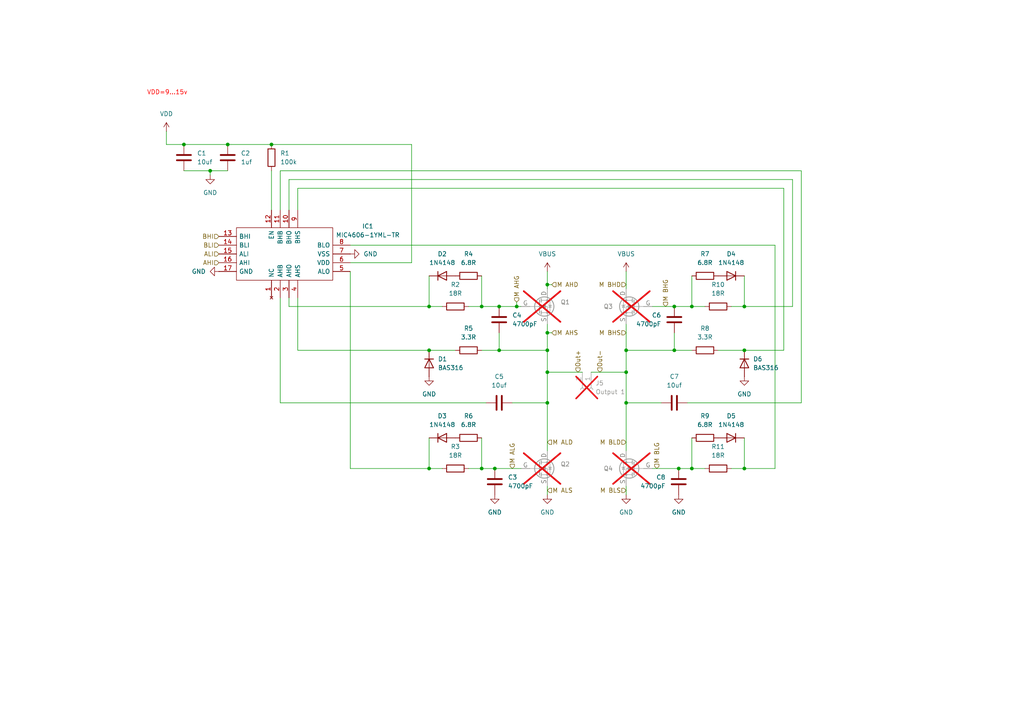
<source format=kicad_sch>
(kicad_sch (version 20231120) (generator "eeschema") (generator_version "8.0")
  (paper "A4")
  (title_block (title "ESP32 DC Motor Driver") (rev "1") (company "Divster"))
  (lib_symbols
    (symbol "Connector:Conn_01x02_Socket" (pin_names (offset 1.016) hide)
      (property "Reference" "J" (at 0 2.54 0))
      (property "Value" "Conn_01x02_Socket" (at 0 -5.08 0))
      (symbol "Conn_01x02_Socket_1_1"
        (arc (start 0 -2.032) (mid -0.5058 -2.54) (end 0 -3.048) (stroke (width 0.1524)))
        (polyline (pts (xy -1.27 -2.54) (xy -0.508 -2.54)) (stroke (width 0.1524)))
        (polyline (pts (xy -1.27 0) (xy -0.508 0)) (stroke (width 0.1524)))
        (arc (start 0 0.508) (mid -0.5058 0) (end 0 -0.508) (stroke (width 0.1524)))
        (pin passive line (at -5.08 0 0) (length 3.81) (name "Pin_1") (number "1"))
        (pin passive line (at -5.08 -2.54 0) (length 3.81) (name "Pin_2") (number "2"))
      )
    )
    (symbol "Device:C" (pin_numbers hide) (pin_names (offset 0.254))
      (property "Reference" "C" (at 0.635 2.54 0))
      (property "Value" "C" (at 0.635 -2.54 0))
      (symbol "C_0_1"
        (polyline (pts (xy -2.032 -0.762) (xy 2.032 -0.762)) (stroke (width 0.508)))
        (polyline (pts (xy -2.032 0.762) (xy 2.032 0.762)) (stroke (width 0.508)))
      )
      (symbol "C_1_1"
        (pin passive line (at 0 3.81 270) (length 2.794) (name "~") (number "1"))
        (pin passive line (at 0 -3.81 90) (length 2.794) (name "~") (number "2"))
      )
    )
    (symbol "Device:Q_NMOS_DGS" (pin_numbers hide) (pin_names (offset 0))
      (property "Reference" "Q" (at 5.08 1.27 0))
      (property "Value" "Q_NMOS_DGS" (at 5.08 -1.27 0))
      (symbol "Q_NMOS_DGS_0_1"
        (polyline (pts (xy 0.254 0) (xy -2.54 0)))
        (polyline (pts (xy 0.254 1.905) (xy 0.254 -1.905)) (stroke (width 0.254)))
        (polyline (pts (xy 0.762 -1.27) (xy 0.762 -2.286)) (stroke (width 0.254)))
        (polyline (pts (xy 0.762 0.508) (xy 0.762 -0.508)) (stroke (width 0.254)))
        (polyline (pts (xy 0.762 2.286) (xy 0.762 1.27)) (stroke (width 0.254)))
        (polyline (pts (xy 2.54 2.54) (xy 2.54 1.778)))
        (polyline (pts (xy 2.54 -2.54) (xy 2.54 0) (xy 0.762 0)))
        (polyline (pts (xy 0.762 -1.778) (xy 3.302 -1.778) (xy 3.302 1.778) (xy 0.762 1.778)))
        (polyline (pts (xy 1.016 0) (xy 2.032 0.381) (xy 2.032 -0.381) (xy 1.016 0)) (fill (type outline)))
        (polyline (pts (xy 2.794 0.508) (xy 2.921 0.381) (xy 3.683 0.381) (xy 3.81 0.254)))
        (polyline (pts (xy 3.302 0.381) (xy 2.921 -0.254) (xy 3.683 -0.254) (xy 3.302 0.381)))
        (circle (center 1.651 0) (radius 2.794) (stroke (width 0.254)))
        (circle (center 2.54 -1.778) (radius 0.254) (fill (type outline)))
        (circle (center 2.54 1.778) (radius 0.254) (fill (type outline)))
      )
      (symbol "Q_NMOS_DGS_1_1"
        (pin passive line (at 2.54 5.08 270) (length 2.54) (name "D") (number "1"))
        (pin input line (at -5.08 0 0) (length 2.54) (name "G") (number "2"))
        (pin passive line (at 2.54 -5.08 90) (length 2.54) (name "S") (number "3"))
      )
    )
    (symbol "Device:R" (pin_numbers hide) (pin_names (offset 0))
      (property "Reference" "R" (at 2.032 0 90))
      (property "Value" "R" (at 0 0 90))
      (symbol "R_0_1"
        (rectangle (start -1.016 -2.54) (end 1.016 2.54) (stroke (width 0.254)))
      )
      (symbol "R_1_1"
        (pin passive line (at 0 3.81 270) (length 1.27) (name "~") (number "1"))
        (pin passive line (at 0 -3.81 90) (length 1.27) (name "~") (number "2"))
      )
    )
    (symbol "Diode:1N4148" (pin_numbers hide) (pin_names hide)
      (property "Reference" "D" (at 0 2.54 0))
      (property "Value" "1N4148" (at 0 -2.54 0))
      (symbol "1N4148_0_1"
        (polyline (pts (xy -1.27 1.27) (xy -1.27 -1.27)) (stroke (width 0.254)))
        (polyline (pts (xy 1.27 0) (xy -1.27 0)))
        (polyline (pts (xy 1.27 1.27) (xy 1.27 -1.27) (xy -1.27 0) (xy 1.27 1.27)) (stroke (width 0.254)))
      )
      (symbol "1N4148_1_1"
        (pin passive line (at -3.81 0 0) (length 2.54) (name "K") (number "1"))
        (pin passive line (at 3.81 0 180) (length 2.54) (name "A") (number "2"))
      )
    )
    (symbol "Diode:BAS316" (pin_numbers hide) (pin_names hide)
      (property "Reference" "D" (at 0 2.54 0))
      (property "Value" "BAS316" (at 0 -2.54 0))
      (symbol "BAS316_0_1"
        (polyline (pts (xy -1.27 1.27) (xy -1.27 -1.27)) (stroke (width 0.254)))
        (polyline (pts (xy 1.27 0) (xy -1.27 0)))
        (polyline (pts (xy 1.27 1.27) (xy 1.27 -1.27) (xy -1.27 0) (xy 1.27 1.27)) (stroke (width 0.254)))
      )
      (symbol "BAS316_1_1"
        (pin passive line (at -3.81 0 0) (length 2.54) (name "K") (number "1"))
        (pin passive line (at 3.81 0 180) (length 2.54) (name "A") (number "2"))
      )
    )
    (symbol "Q_NMOS_DGS_1" (pin_numbers hide) (pin_names (offset 0))
      (property "Reference" "Q" (at 5.08 1.27 0))
      (property "Value" "Q_NMOS_DGS" (at 5.08 -1.27 0))
      (symbol "Q_NMOS_DGS_1_0_1"
        (polyline (pts (xy 0.254 0) (xy -2.54 0)))
        (polyline (pts (xy 0.254 1.905) (xy 0.254 -1.905)) (stroke (width 0.254)))
        (polyline (pts (xy 0.762 -1.27) (xy 0.762 -2.286)) (stroke (width 0.254)))
        (polyline (pts (xy 0.762 0.508) (xy 0.762 -0.508)) (stroke (width 0.254)))
        (polyline (pts (xy 0.762 2.286) (xy 0.762 1.27)) (stroke (width 0.254)))
        (polyline (pts (xy 2.54 2.54) (xy 2.54 1.778)))
        (polyline (pts (xy 2.54 -2.54) (xy 2.54 0) (xy 0.762 0)))
        (polyline (pts (xy 0.762 -1.778) (xy 3.302 -1.778) (xy 3.302 1.778) (xy 0.762 1.778)))
        (polyline (pts (xy 1.016 0) (xy 2.032 0.381) (xy 2.032 -0.381) (xy 1.016 0)) (fill (type outline)))
        (polyline (pts (xy 2.794 0.508) (xy 2.921 0.381) (xy 3.683 0.381) (xy 3.81 0.254)))
        (polyline (pts (xy 3.302 0.381) (xy 2.921 -0.254) (xy 3.683 -0.254) (xy 3.302 0.381)))
        (circle (center 1.651 0) (radius 2.794) (stroke (width 0.254)))
        (circle (center 2.54 -1.778) (radius 0.254) (fill (type outline)))
        (circle (center 2.54 1.778) (radius 0.254) (fill (type outline)))
      )
      (symbol "Q_NMOS_DGS_1_1_1"
        (pin passive line (at 2.54 5.08 270) (length 2.54) (name "D") (number "1"))
        (pin input line (at -5.08 0 0) (length 2.54) (name "G") (number "2"))
        (pin passive line (at 2.54 -5.08 90) (length 2.54) (name "S") (number "3"))
      )
    )
    (symbol "Q_NMOS_DGS_2" (pin_numbers hide) (pin_names (offset 0))
      (property "Reference" "Q" (at 5.08 1.27 0))
      (property "Value" "Q_NMOS_DGS" (at 5.08 -1.27 0))
      (symbol "Q_NMOS_DGS_2_0_1"
        (polyline (pts (xy 0.254 0) (xy -2.54 0)))
        (polyline (pts (xy 0.254 1.905) (xy 0.254 -1.905)) (stroke (width 0.254)))
        (polyline (pts (xy 0.762 -1.27) (xy 0.762 -2.286)) (stroke (width 0.254)))
        (polyline (pts (xy 0.762 0.508) (xy 0.762 -0.508)) (stroke (width 0.254)))
        (polyline (pts (xy 0.762 2.286) (xy 0.762 1.27)) (stroke (width 0.254)))
        (polyline (pts (xy 2.54 2.54) (xy 2.54 1.778)))
        (polyline (pts (xy 2.54 -2.54) (xy 2.54 0) (xy 0.762 0)))
        (polyline (pts (xy 0.762 -1.778) (xy 3.302 -1.778) (xy 3.302 1.778) (xy 0.762 1.778)))
        (polyline (pts (xy 1.016 0) (xy 2.032 0.381) (xy 2.032 -0.381) (xy 1.016 0)) (fill (type outline)))
        (polyline (pts (xy 2.794 0.508) (xy 2.921 0.381) (xy 3.683 0.381) (xy 3.81 0.254)))
        (polyline (pts (xy 3.302 0.381) (xy 2.921 -0.254) (xy 3.683 -0.254) (xy 3.302 0.381)))
        (circle (center 1.651 0) (radius 2.794) (stroke (width 0.254)))
        (circle (center 2.54 -1.778) (radius 0.254) (fill (type outline)))
        (circle (center 2.54 1.778) (radius 0.254) (fill (type outline)))
      )
      (symbol "Q_NMOS_DGS_2_1_1"
        (pin passive line (at 2.54 5.08 270) (length 2.54) (name "D") (number "1"))
        (pin input line (at -5.08 0 0) (length 2.54) (name "G") (number "2"))
        (pin passive line (at 2.54 -5.08 90) (length 2.54) (name "S") (number "3"))
      )
    )
    (symbol "Q_NMOS_DGS_3" (pin_numbers hide) (pin_names (offset 0))
      (property "Reference" "Q" (at 5.08 1.27 0))
      (property "Value" "Q_NMOS_DGS" (at 5.08 -1.27 0))
      (symbol "Q_NMOS_DGS_3_0_1"
        (polyline (pts (xy 0.254 0) (xy -2.54 0)))
        (polyline (pts (xy 0.254 1.905) (xy 0.254 -1.905)) (stroke (width 0.254)))
        (polyline (pts (xy 0.762 -1.27) (xy 0.762 -2.286)) (stroke (width 0.254)))
        (polyline (pts (xy 0.762 0.508) (xy 0.762 -0.508)) (stroke (width 0.254)))
        (polyline (pts (xy 0.762 2.286) (xy 0.762 1.27)) (stroke (width 0.254)))
        (polyline (pts (xy 2.54 2.54) (xy 2.54 1.778)))
        (polyline (pts (xy 2.54 -2.54) (xy 2.54 0) (xy 0.762 0)))
        (polyline (pts (xy 0.762 -1.778) (xy 3.302 -1.778) (xy 3.302 1.778) (xy 0.762 1.778)))
        (polyline (pts (xy 1.016 0) (xy 2.032 0.381) (xy 2.032 -0.381) (xy 1.016 0)) (fill (type outline)))
        (polyline (pts (xy 2.794 0.508) (xy 2.921 0.381) (xy 3.683 0.381) (xy 3.81 0.254)))
        (polyline (pts (xy 3.302 0.381) (xy 2.921 -0.254) (xy 3.683 -0.254) (xy 3.302 0.381)))
        (circle (center 1.651 0) (radius 2.794) (stroke (width 0.254)))
        (circle (center 2.54 -1.778) (radius 0.254) (fill (type outline)))
        (circle (center 2.54 1.778) (radius 0.254) (fill (type outline)))
      )
      (symbol "Q_NMOS_DGS_3_1_1"
        (pin passive line (at 2.54 5.08 270) (length 2.54) (name "D") (number "1"))
        (pin input line (at -5.08 0 0) (length 2.54) (name "G") (number "2"))
        (pin passive line (at 2.54 -5.08 90) (length 2.54) (name "S") (number "3"))
      )
    )
    (symbol "SamacSys_Parts:MIC4606-1YML-TR" (pin_names (offset 0.762))
      (property "Reference" "IC" (at 21.59 15.24 0))
      (property "Value" "MIC4606-1YML-TR" (at 21.59 12.7 0))
      (symbol "MIC4606-1YML-TR_0_0"
        (pin no_connect line (at 0 0 0) (length 5.08) (name "NC") (number "1"))
        (pin passive line (at 25.4 -5.08 180) (length 5.08) (name "BHO") (number "10"))
        (pin passive line (at 25.4 -2.54 180) (length 5.08) (name "BHB") (number "11"))
        (pin passive line (at 25.4 0 180) (length 5.08) (name "EN") (number "12"))
        (pin passive line (at 17.78 15.24 270) (length 5.08) (name "BHI") (number "13"))
        (pin passive line (at 15.24 15.24 270) (length 5.08) (name "BLI") (number "14"))
        (pin passive line (at 12.7 15.24 270) (length 5.08) (name "ALI") (number "15"))
        (pin passive line (at 10.16 15.24 270) (length 5.08) (name "AHI") (number "16"))
        (pin passive line (at 7.62 15.24 270) (length 5.08) (name "GND") (number "17"))
        (pin passive line (at 0 -2.54 0) (length 5.08) (name "AHB") (number "2"))
        (pin passive line (at 0 -5.08 0) (length 5.08) (name "AHO") (number "3"))
        (pin passive line (at 0 -7.62 0) (length 5.08) (name "AHS") (number "4"))
        (pin passive line (at 7.62 -22.86 90) (length 5.08) (name "ALO") (number "5"))
        (pin passive line (at 10.16 -22.86 90) (length 5.08) (name "VDD") (number "6"))
        (pin passive line (at 12.7 -22.86 90) (length 5.08) (name "VSS") (number "7"))
        (pin passive line (at 15.24 -22.86 90) (length 5.08) (name "BLO") (number "8"))
        (pin passive line (at 25.4 -7.62 180) (length 5.08) (name "BHS") (number "9"))
      )
      (symbol "MIC4606-1YML-TR_0_1"
        (polyline (pts (xy 5.08 10.16) (xy 20.32 10.16) (xy 20.32 -17.78) (xy 5.08 -17.78) (xy 5.08 10.16)) (stroke (width 0.1524)))
      )
    )
    (symbol "power:GND" (power) (pin_numbers hide) (pin_names (offset 0) hide)
      (property "Value" "GND" (at 0 -3.81 0))
      (symbol "GND_0_1"
        (polyline (pts (xy 0 0) (xy 0 -1.27) (xy 1.27 -1.27) (xy 0 -2.54) (xy -1.27 -1.27) (xy 0 -1.27)))
      )
      (symbol "GND_1_1"
        (pin power_in line (at 0 0 270) (length 0) (name "~") (number "1"))
      )
    )
    (symbol "power:VBUS" (power) (pin_numbers hide) (pin_names (offset 0) hide)
      (property "Value" "VBUS" (at 0 3.556 0))
      (symbol "VBUS_0_1"
        (polyline (pts (xy -0.762 1.27) (xy 0 2.54)))
        (polyline (pts (xy 0 0) (xy 0 2.54)))
        (polyline (pts (xy 0 2.54) (xy 0.762 1.27)))
      )
      (symbol "VBUS_1_1"
        (pin power_in line (at 0 0 90) (length 0) (name "~") (number "1"))
      )
    )
    (symbol "power:VDD" (power) (pin_numbers hide) (pin_names (offset 0) hide)
      (property "Value" "VDD" (at 0 3.556 0))
      (symbol "VDD_0_1"
        (polyline (pts (xy -0.762 1.27) (xy 0 2.54)))
        (polyline (pts (xy 0 0) (xy 0 2.54)))
        (polyline (pts (xy 0 2.54) (xy 0.762 1.27)))
      )
      (symbol "VDD_1_1"
        (pin power_in line (at 0 0 90) (length 0) (name "~") (number "1"))
      )
    )
  )
  (junction (at 158.75 107.95))
  (junction (at 215.9 88.9))
  (junction (at 144.78 88.9))
  (junction (at 66.04 41.91))
  (junction (at 215.9 135.89))
  (junction (at 195.58 88.9))
  (junction (at 124.46 88.9))
  (junction (at 53.34 41.91))
  (junction (at 158.75 101.6))
  (junction (at 158.75 96.52))
  (junction (at 124.46 135.89))
  (junction (at 158.75 82.55))
  (junction (at 78.74 41.91))
  (junction (at 195.58 101.6))
  (junction (at 139.7 135.89))
  (junction (at 124.46 101.6))
  (junction (at 158.75 116.84))
  (junction (at 181.61 101.6))
  (junction (at 149.86 88.9))
  (junction (at 215.9 101.6))
  (junction (at 200.66 135.89))
  (junction (at 181.61 107.95))
  (junction (at 200.66 88.9))
  (junction (at 139.7 88.9))
  (junction (at 181.61 116.84))
  (junction (at 196.85 135.89))
  (junction (at 144.78 101.6))
  (junction (at 60.96 49.53))
  (junction (at 143.51 135.89))
  (wire (pts (xy 48.26 41.91) (xy 53.34 41.91)))
  (wire (pts (xy 158.75 107.95) (xy 158.75 116.84)))
  (wire (pts (xy 158.75 78.74) (xy 158.75 82.55)))
  (wire (pts (xy 135.89 88.9) (xy 139.7 88.9)))
  (wire (pts (xy 124.46 127) (xy 124.46 135.89)))
  (wire (pts (xy 215.9 101.6) (xy 227.33 101.6)))
  (wire (pts (xy 48.26 38.1) (xy 48.26 41.91)))
  (wire (pts (xy 60.96 49.53) (xy 66.04 49.53)))
  (wire (pts (xy 78.74 41.91) (xy 119.38 41.91)))
  (wire (pts (xy 86.36 101.6) (xy 124.46 101.6)))
  (wire (pts (xy 139.7 80.01) (xy 139.7 88.9)))
  (wire (pts (xy 181.61 107.95) (xy 181.61 116.84)))
  (wire (pts (xy 149.86 88.9) (xy 151.13 88.9)))
  (wire (pts (xy 215.9 127) (xy 215.9 135.89)))
  (wire (pts (xy 124.46 88.9) (xy 128.27 88.9)))
  (wire (pts (xy 139.7 127) (xy 139.7 135.89)))
  (wire (pts (xy 139.7 101.6) (xy 144.78 101.6)))
  (wire (pts (xy 86.36 60.96) (xy 86.36 54.61)))
  (wire (pts (xy 158.75 107.95) (xy 168.91 107.95)))
  (wire (pts (xy 200.66 135.89) (xy 196.85 135.89)))
  (wire (pts (xy 158.75 82.55) (xy 158.75 83.82)))
  (wire (pts (xy 158.75 93.98) (xy 158.75 96.52)))
  (wire (pts (xy 227.33 54.61) (xy 227.33 101.6)))
  (wire (pts (xy 53.34 41.91) (xy 66.04 41.91)))
  (wire (pts (xy 135.89 135.89) (xy 139.7 135.89)))
  (wire (pts (xy 83.82 60.96) (xy 83.82 52.07)))
  (wire (pts (xy 215.9 80.01) (xy 215.9 88.9)))
  (wire (pts (xy 196.85 135.89) (xy 189.23 135.89)))
  (wire (pts (xy 229.87 52.07) (xy 229.87 88.9)))
  (wire (pts (xy 204.47 88.9) (xy 200.66 88.9)))
  (wire (pts (xy 160.02 96.52) (xy 158.75 96.52)))
  (wire (pts (xy 124.46 135.89) (xy 128.27 135.89)))
  (wire (pts (xy 200.66 127) (xy 200.66 135.89)))
  (wire (pts (xy 181.61 101.6) (xy 181.61 107.95)))
  (wire (pts (xy 229.87 88.9) (xy 215.9 88.9)))
  (wire (pts (xy 232.41 49.53) (xy 232.41 116.84)))
  (wire (pts (xy 101.6 135.89) (xy 124.46 135.89)))
  (wire (pts (xy 195.58 88.9) (xy 189.23 88.9)))
  (wire (pts (xy 158.75 116.84) (xy 158.75 130.81)))
  (wire (pts (xy 139.7 135.89) (xy 143.51 135.89)))
  (wire (pts (xy 66.04 41.91) (xy 78.74 41.91)))
  (wire (pts (xy 158.75 96.52) (xy 158.75 101.6)))
  (wire (pts (xy 119.38 76.2) (xy 101.6 76.2)))
  (wire (pts (xy 60.96 50.8) (xy 60.96 49.53)))
  (wire (pts (xy 83.82 88.9) (xy 124.46 88.9)))
  (wire (pts (xy 195.58 101.6) (xy 200.66 101.6)))
  (wire (pts (xy 81.28 86.36) (xy 81.28 116.84)))
  (wire (pts (xy 195.58 101.6) (xy 181.61 101.6)))
  (wire (pts (xy 81.28 116.84) (xy 140.97 116.84)))
  (wire (pts (xy 86.36 101.6) (xy 86.36 86.36)))
  (wire (pts (xy 204.47 135.89) (xy 200.66 135.89)))
  (wire (pts (xy 124.46 80.01) (xy 124.46 88.9)))
  (wire (pts (xy 81.28 60.96) (xy 81.28 49.53)))
  (wire (pts (xy 101.6 71.12) (xy 224.79 71.12)))
  (wire (pts (xy 199.39 116.84) (xy 232.41 116.84)))
  (wire (pts (xy 119.38 41.91) (xy 119.38 76.2)))
  (wire (pts (xy 158.75 143.51) (xy 158.75 140.97)))
  (wire (pts (xy 212.09 135.89) (xy 215.9 135.89)))
  (wire (pts (xy 78.74 49.53) (xy 78.74 60.96)))
  (wire (pts (xy 83.82 52.07) (xy 229.87 52.07)))
  (wire (pts (xy 200.66 80.01) (xy 200.66 88.9)))
  (wire (pts (xy 181.61 116.84) (xy 181.61 130.81)))
  (wire (pts (xy 181.61 78.74) (xy 181.61 83.82)))
  (wire (pts (xy 144.78 101.6) (xy 158.75 101.6)))
  (wire (pts (xy 144.78 96.52) (xy 144.78 101.6)))
  (wire (pts (xy 124.46 101.6) (xy 132.08 101.6)))
  (wire (pts (xy 158.75 101.6) (xy 158.75 107.95)))
  (wire (pts (xy 195.58 88.9) (xy 200.66 88.9)))
  (wire (pts (xy 195.58 96.52) (xy 195.58 101.6)))
  (wire (pts (xy 215.9 88.9) (xy 212.09 88.9)))
  (wire (pts (xy 148.59 116.84) (xy 158.75 116.84)))
  (wire (pts (xy 208.28 101.6) (xy 215.9 101.6)))
  (wire (pts (xy 149.86 87.63) (xy 149.86 88.9)))
  (wire (pts (xy 83.82 86.36) (xy 83.82 88.9)))
  (wire (pts (xy 160.02 82.55) (xy 158.75 82.55)))
  (wire (pts (xy 81.28 49.53) (xy 232.41 49.53)))
  (wire (pts (xy 139.7 88.9) (xy 144.78 88.9)))
  (wire (pts (xy 171.45 107.95) (xy 181.61 107.95)))
  (wire (pts (xy 181.61 93.98) (xy 181.61 101.6)))
  (wire (pts (xy 224.79 71.12) (xy 224.79 135.89)))
  (wire (pts (xy 215.9 135.89) (xy 224.79 135.89)))
  (wire (pts (xy 144.78 88.9) (xy 149.86 88.9)))
  (wire (pts (xy 191.77 116.84) (xy 181.61 116.84)))
  (wire (pts (xy 143.51 135.89) (xy 151.13 135.89)))
  (wire (pts (xy 181.61 143.51) (xy 181.61 140.97)))
  (wire (pts (xy 86.36 54.61) (xy 227.33 54.61)))
  (wire (pts (xy 101.6 78.74) (xy 101.6 135.89)))
  (wire (pts (xy 53.34 49.53) (xy 60.96 49.53)))
  (text "VDD=9...15v\n" (at 48.514 26.924 0) (effects (font (size 1.27 1.27))))
  (hierarchical_label "M BHG" (shape input) (at 193.04 88.9 90))
  (hierarchical_label "Out-" (shape input) (at 173.99 107.95 90))
  (hierarchical_label "M BLD" (shape input) (at 181.61 128.27 180))
  (hierarchical_label "M ALD" (shape input) (at 158.75 128.27 0))
  (hierarchical_label "M BHD" (shape input) (at 181.61 82.55 180))
  (hierarchical_label "M ALG" (shape input) (at 148.59 135.89 90))
  (hierarchical_label "ALI" (shape input) (at 63.5 73.66 180))
  (hierarchical_label "M BLS" (shape input) (at 181.61 142.24 180))
  (hierarchical_label "M ALS" (shape input) (at 158.75 142.24 0))
  (hierarchical_label "M AHS" (shape input) (at 160.02 96.52 0))
  (hierarchical_label "M BHS" (shape input) (at 181.61 96.52 180))
  (hierarchical_label "M BLG" (shape input) (at 190.5 135.89 90))
  (hierarchical_label "BLI" (shape input) (at 63.5 71.12 180))
  (hierarchical_label "AHI" (shape input) (at 63.5 76.2 180))
  (hierarchical_label "Out+" (shape input) (at 167.64 107.95 90))
  (hierarchical_label "M AHD" (shape input) (at 160.02 82.55 0))
  (hierarchical_label "M AHG" (shape input) (at 149.86 87.63 90))
  (hierarchical_label "BHI" (shape input) (at 63.5 68.58 180))
  (symbol (lib_id "SamacSys_Parts:MIC4606-1YML-TR") (at 78.74 86.36 90) (unit 1)
    (property "Reference" "IC1" (at 106.68 65.6238 90))
    (property "Value" "MIC4606-1YML-TR" (at 106.68 68.1638 90))
    (property "Footprint" "SamacSys_Parts:QFN65P400X400X90-17N-D" (effects (hide yes)))
    (property "Datasheet" "https://datasheet.datasheetarchive.com/originals/distributors/DKDS-15/280559.pdf" (effects (hide yes)))
    (property "Description" "Gate Drivers" (effects (hide yes)))
    (property "Description_1" "Gate Drivers" (effects (hide yes)))
    (property "Height" "0.9" (effects (hide yes)))
    (property "Mouser Part Number" "998-MIC4606-1YMLTR" (effects (hide yes)))
    (property "Mouser Price/Stock" "https://www.mouser.co.uk/ProductDetail/Microchip-Technology/MIC4606-1YML-TR?qs=U6T8BxXiZAXalBb2vTFF3w%3D%3D" (effects (hide yes)))
    (property "Manufacturer_Name" "Microchip" (effects (hide yes)))
    (property "Manufacturer_Part_Number" "MIC4606-1YML-TR" (effects (hide yes)))
    (instances (project "ESP32 DC Driver" (path "" (reference "IC1") (unit 1)) (path "" (reference "IC2") (unit 1)) (path "" (reference "IC3") (unit 1)) (path "" (reference "IC4") (unit 1))))
  )
  (symbol (lib_id "Device:C") (at 144.78 92.71 0) (unit 1)
    (property "Reference" "C4" (at 148.59 91.4399 0) (effects (justify left)))
    (property "Value" "4700pF" (at 148.59 93.9799 0) (effects (justify left)))
    (property "Footprint" "Capacitor_SMD:C_0603_1608Metric_Pad1.08x0.95mm_HandSolder" (effects (hide yes)))
    (property "Description" "Unpolarized capacitor" (effects (hide yes)))
    (instances (project "ESP32 DC Driver" (path "" (reference "C4") (unit 1)) (path "" (reference "C12") (unit 1)) (path "" (reference "C20") (unit 1)) (path "" (reference "C28") (unit 1))))
  )
  (symbol (lib_id "Connector:Conn_01x02_Socket") (at 171.45 113.03 270) (unit 1) (dnp yes)
    (property "Reference" "J5" (at 172.72 111.1249 90) (effects (justify left)))
    (property "Value" "Output 1" (at 172.72 113.6649 90) (effects (justify left)))
    (property "Footprint" "Connector_AMASS:AMASS_XT60-M_1x02_P7.20mm_Vertical" (effects (hide yes)))
    (property "Description" "Generic connector, single row, 01x02, script generated" (effects (hide yes)))
    (instances (project "ESP32 DC Driver" (path "" (reference "J5") (unit 1)) (path "" (reference "J6") (unit 1)) (path "" (reference "J7") (unit 1)) (path "" (reference "J8") (unit 1))))
  )
  (symbol (lib_id "Diode:1N4148") (at 128.27 80.01 0) (unit 1)
    (property "Reference" "D2" (at 128.27 73.66 0))
    (property "Value" "1N4148" (at 128.27 76.2 0))
    (property "Footprint" "Diode_SMD:D_SOD-123" (effects (hide yes)))
    (property "Datasheet" "https://assets.nexperia.com/documents/data-sheet/1N4148_1N4448.pdf" (effects (hide yes)))
    (property "Description" "100V 0.15A standard switching diode, DO-35" (effects (hide yes)))
    (property "Sim.Device" "D" (effects (hide yes)))
    (property "Sim.Pins" "1=K 2=A" (effects (hide yes)))
    (instances (project "ESP32 DC Driver" (path "" (reference "D2") (unit 1)) (path "" (reference "D8") (unit 1)) (path "" (reference "D14") (unit 1)) (path "" (reference "D20") (unit 1))))
  )
  (symbol (lib_id "power:GND") (at 143.51 143.51 0) (unit 1)
    (property "Reference" "#PWR06" (effects (hide yes)))
    (property "Value" "GND" (at 143.51 148.59 0))
    (property "Description" "Power symbol creates a global label with name \"GND\" , ground" (effects (hide yes)))
    (instances (project "ESP32 DC Driver" (path "" (reference "#PWR06") (unit 1)) (path "" (reference "#PWR018") (unit 1)) (path "" (reference "#PWR030") (unit 1)) (path "" (reference "#PWR042") (unit 1))))
  )
  (symbol (lib_id "Device:R") (at 78.74 45.72 0) (unit 1)
    (property "Reference" "R1" (at 81.28 44.4499 0) (effects (justify left)))
    (property "Value" "100k" (at 81.28 46.9899 0) (effects (justify left)))
    (property "Footprint" "Resistor_SMD:R_0805_2012Metric_Pad1.20x1.40mm_HandSolder" (effects (hide yes)))
    (property "Description" "Resistor" (effects (hide yes)))
    (instances (project "ESP32 DC Driver" (path "" (reference "R1") (unit 1)) (path "" (reference "R12") (unit 1)) (path "" (reference "R23") (unit 1)) (path "" (reference "R34") (unit 1))))
  )
  (symbol (lib_name "Q_NMOS_DGS_3") (lib_id "Device:Q_NMOS_DGS") (at 184.15 135.89 0) (mirror y) (unit 1) (dnp yes)
    (property "Reference" "Q4" (at 177.8 135.8899 0) (effects (justify left)))
    (property "Value" "Q_NMOS_DGS" (effects (hide yes)))
    (property "Description" "N-MOSFET transistor, drain/gate/source" (effects (hide yes)))
    (instances (project "ESP32 DC Driver" (path "" (reference "Q4") (unit 1)) (path "" (reference "Q8") (unit 1)) (path "" (reference "Q12") (unit 1)) (path "" (reference "Q16") (unit 1))))
  )
  (symbol (lib_id "power:VDD") (at 48.26 38.1 0) (unit 1)
    (property "Reference" "#PWR01" (effects (hide yes)))
    (property "Value" "VDD" (at 48.26 33.02 0))
    (property "Description" "Power symbol creates a global label with name \"VDD\"" (effects (hide yes)))
    (instances (project "ESP32 DC Driver" (path "" (reference "#PWR01") (unit 1)) (path "" (reference "#PWR013") (unit 1)) (path "" (reference "#PWR025") (unit 1)) (path "" (reference "#PWR037") (unit 1))))
  )
  (symbol (lib_id "Device:R") (at 208.28 135.89 270) (mirror x) (unit 1)
    (property "Reference" "R11" (at 208.28 129.54 90))
    (property "Value" "18R" (at 208.28 132.08 90))
    (property "Footprint" "Resistor_SMD:R_0805_2012Metric_Pad1.20x1.40mm_HandSolder" (effects (hide yes)))
    (property "Description" "Resistor" (effects (hide yes)))
    (instances (project "ESP32 DC Driver" (path "" (reference "R11") (unit 1)) (path "" (reference "R22") (unit 1)) (path "" (reference "R33") (unit 1)) (path "" (reference "R44") (unit 1))))
  )
  (symbol (lib_id "Device:R") (at 204.47 101.6 270) (mirror x) (unit 1)
    (property "Reference" "R8" (at 204.47 95.25 90))
    (property "Value" "3.3R" (at 204.47 97.79 90))
    (property "Footprint" "Resistor_SMD:R_0805_2012Metric_Pad1.20x1.40mm_HandSolder" (effects (hide yes)))
    (property "Description" "Resistor" (effects (hide yes)))
    (instances (project "ESP32 DC Driver" (path "" (reference "R8") (unit 1)) (path "" (reference "R19") (unit 1)) (path "" (reference "R30") (unit 1)) (path "" (reference "R41") (unit 1))))
  )
  (symbol (lib_id "Diode:1N4148") (at 212.09 80.01 0) (mirror y) (unit 1)
    (property "Reference" "D4" (at 212.09 73.66 0))
    (property "Value" "1N4148" (at 212.09 76.2 0))
    (property "Footprint" "Diode_SMD:D_SOD-123" (effects (hide yes)))
    (property "Datasheet" "https://assets.nexperia.com/documents/data-sheet/1N4148_1N4448.pdf" (effects (hide yes)))
    (property "Description" "100V 0.15A standard switching diode, DO-35" (effects (hide yes)))
    (property "Sim.Device" "D" (effects (hide yes)))
    (property "Sim.Pins" "1=K 2=A" (effects (hide yes)))
    (instances (project "ESP32 DC Driver" (path "" (reference "D4") (unit 1)) (path "" (reference "D10") (unit 1)) (path "" (reference "D16") (unit 1)) (path "" (reference "D22") (unit 1))))
  )
  (symbol (lib_id "Device:C") (at 144.78 116.84 90) (unit 1)
    (property "Reference" "C5" (at 144.78 109.22 90))
    (property "Value" "10uf" (at 144.78 111.76 90))
    (property "Footprint" "Capacitor_SMD:C_0603_1608Metric_Pad1.08x0.95mm_HandSolder" (effects (hide yes)))
    (property "Description" "Unpolarized capacitor" (effects (hide yes)))
    (instances (project "ESP32 DC Driver" (path "" (reference "C5") (unit 1)) (path "" (reference "C13") (unit 1)) (path "" (reference "C21") (unit 1)) (path "" (reference "C29") (unit 1))))
  )
  (symbol (lib_id "Device:R") (at 135.89 101.6 90) (unit 1)
    (property "Reference" "R5" (at 135.89 95.25 90))
    (property "Value" "3.3R" (at 135.89 97.79 90))
    (property "Footprint" "Resistor_SMD:R_0805_2012Metric_Pad1.20x1.40mm_HandSolder" (effects (hide yes)))
    (property "Description" "Resistor" (effects (hide yes)))
    (instances (project "ESP32 DC Driver" (path "" (reference "R5") (unit 1)) (path "" (reference "R16") (unit 1)) (path "" (reference "R27") (unit 1)) (path "" (reference "R38") (unit 1))))
  )
  (symbol (lib_id "Device:C") (at 195.58 92.71 0) (mirror y) (unit 1)
    (property "Reference" "C6" (at 191.77 91.4399 0) (effects (justify left)))
    (property "Value" "4700pF" (at 191.77 93.9799 0) (effects (justify left)))
    (property "Footprint" "Capacitor_SMD:C_0603_1608Metric_Pad1.08x0.95mm_HandSolder" (effects (hide yes)))
    (property "Description" "Unpolarized capacitor" (effects (hide yes)))
    (instances (project "ESP32 DC Driver" (path "" (reference "C6") (unit 1)) (path "" (reference "C14") (unit 1)) (path "" (reference "C22") (unit 1)) (path "" (reference "C30") (unit 1))))
  )
  (symbol (lib_id "Device:R") (at 135.89 80.01 90) (unit 1)
    (property "Reference" "R4" (at 135.89 73.66 90))
    (property "Value" "6.8R" (at 135.89 76.2 90))
    (property "Footprint" "Resistor_SMD:R_0805_2012Metric_Pad1.20x1.40mm_HandSolder" (effects (hide yes)))
    (property "Description" "Resistor" (effects (hide yes)))
    (instances (project "ESP32 DC Driver" (path "" (reference "R4") (unit 1)) (path "" (reference "R15") (unit 1)) (path "" (reference "R26") (unit 1)) (path "" (reference "R37") (unit 1))))
  )
  (symbol (lib_id "power:GND") (at 215.9 109.22 0) (mirror y) (unit 1)
    (property "Reference" "#PWR012" (effects (hide yes)))
    (property "Value" "GND" (at 215.9 114.3 0))
    (property "Description" "Power symbol creates a global label with name \"GND\" , ground" (effects (hide yes)))
    (instances (project "ESP32 DC Driver" (path "" (reference "#PWR012") (unit 1)) (path "" (reference "#PWR024") (unit 1)) (path "" (reference "#PWR036") (unit 1)) (path "" (reference "#PWR048") (unit 1))))
  )
  (symbol (lib_id "Device:C") (at 195.58 116.84 270) (mirror x) (unit 1)
    (property "Reference" "C7" (at 195.58 109.22 90))
    (property "Value" "10uf" (at 195.58 111.76 90))
    (property "Footprint" "Capacitor_SMD:C_0603_1608Metric_Pad1.08x0.95mm_HandSolder" (effects (hide yes)))
    (property "Description" "Unpolarized capacitor" (effects (hide yes)))
    (instances (project "ESP32 DC Driver" (path "" (reference "C7") (unit 1)) (path "" (reference "C15") (unit 1)) (path "" (reference "C23") (unit 1)) (path "" (reference "C31") (unit 1))))
  )
  (symbol (lib_id "Device:R") (at 135.89 127 90) (unit 1)
    (property "Reference" "R6" (at 135.89 120.65 90))
    (property "Value" "6.8R" (at 135.89 123.19 90))
    (property "Footprint" "Resistor_SMD:R_0805_2012Metric_Pad1.20x1.40mm_HandSolder" (effects (hide yes)))
    (property "Description" "Resistor" (effects (hide yes)))
    (instances (project "ESP32 DC Driver" (path "" (reference "R6") (unit 1)) (path "" (reference "R17") (unit 1)) (path "" (reference "R28") (unit 1)) (path "" (reference "R39") (unit 1))))
  )
  (symbol (lib_id "Device:C") (at 143.51 139.7 0) (unit 1)
    (property "Reference" "C3" (at 147.32 138.4299 0) (effects (justify left)))
    (property "Value" "4700pF" (at 147.32 140.9699 0) (effects (justify left)))
    (property "Footprint" "Capacitor_SMD:C_0603_1608Metric_Pad1.08x0.95mm_HandSolder" (effects (hide yes)))
    (property "Description" "Unpolarized capacitor" (effects (hide yes)))
    (instances (project "ESP32 DC Driver" (path "" (reference "C3") (unit 1)) (path "" (reference "C11") (unit 1)) (path "" (reference "C19") (unit 1)) (path "" (reference "C27") (unit 1))))
  )
  (symbol (lib_name "Q_NMOS_DGS_2") (lib_id "Device:Q_NMOS_DGS") (at 156.21 135.89 0) (unit 1) (dnp yes)
    (property "Reference" "Q2" (at 162.56 134.6199 0) (effects (justify left)))
    (property "Value" "Q_NMOS_DGS" (effects (hide yes)))
    (property "Description" "N-MOSFET transistor, drain/gate/source" (effects (hide yes)))
    (instances (project "ESP32 DC Driver" (path "" (reference "Q2") (unit 1)) (path "" (reference "Q6") (unit 1)) (path "" (reference "Q10") (unit 1)) (path "" (reference "Q14") (unit 1))))
  )
  (symbol (lib_id "Device:R") (at 204.47 127 270) (mirror x) (unit 1)
    (property "Reference" "R9" (at 204.47 120.65 90))
    (property "Value" "6.8R" (at 204.47 123.19 90))
    (property "Footprint" "Resistor_SMD:R_0805_2012Metric_Pad1.20x1.40mm_HandSolder" (effects (hide yes)))
    (property "Description" "Resistor" (effects (hide yes)))
    (instances (project "ESP32 DC Driver" (path "" (reference "R9") (unit 1)) (path "" (reference "R20") (unit 1)) (path "" (reference "R31") (unit 1)) (path "" (reference "R42") (unit 1))))
  )
  (symbol (lib_name "Q_NMOS_DGS_1") (lib_id "Device:Q_NMOS_DGS") (at 156.21 88.9 0) (unit 1) (dnp yes)
    (property "Reference" "Q1" (at 162.56 87.6299 0) (effects (justify left)))
    (property "Value" "Q_NMOS_DGS" (effects (hide yes)))
    (property "Description" "N-MOSFET transistor, drain/gate/source" (effects (hide yes)))
    (instances (project "ESP32 DC Driver" (path "" (reference "Q1") (unit 1)) (path "" (reference "Q5") (unit 1)) (path "" (reference "Q9") (unit 1)) (path "" (reference "Q13") (unit 1))))
  )
  (symbol (lib_id "power:GND") (at 101.6 73.66 90) (unit 1)
    (property "Reference" "#PWR04" (effects (hide yes)))
    (property "Value" "GND" (at 105.41 73.6599 90) (effects (justify right)))
    (property "Description" "Power symbol creates a global label with name \"GND\" , ground" (effects (hide yes)))
    (instances (project "ESP32 DC Driver" (path "" (reference "#PWR04") (unit 1)) (path "" (reference "#PWR016") (unit 1)) (path "" (reference "#PWR028") (unit 1)) (path "" (reference "#PWR040") (unit 1))))
  )
  (symbol (lib_id "Diode:BAS316") (at 124.46 105.41 270) (unit 1)
    (property "Reference" "D1" (at 127 104.1399 90) (effects (justify left)))
    (property "Value" "BAS316" (at 127 106.6799 90) (effects (justify left)))
    (property "Footprint" "Diode_SMD:D_SOD-323" (effects (hide yes)))
    (property "Datasheet" "https://assets.nexperia.com/documents/data-sheet/BAS16_SER.pdf" (effects (hide yes)))
    (property "Description" "100V, 0.25A, High-speed Switching Diode, SOD-323" (effects (hide yes)))
    (property "Sim.Device" "D" (effects (hide yes)))
    (property "Sim.Pins" "1=K 2=A" (effects (hide yes)))
    (instances (project "ESP32 DC Driver" (path "" (reference "D1") (unit 1)) (path "" (reference "D7") (unit 1)) (path "" (reference "D13") (unit 1)) (path "" (reference "D19") (unit 1))))
  )
  (symbol (lib_id "Diode:1N4148") (at 212.09 127 0) (mirror y) (unit 1)
    (property "Reference" "D5" (at 212.09 120.65 0))
    (property "Value" "1N4148" (at 212.09 123.19 0))
    (property "Footprint" "Diode_SMD:D_SOD-123" (effects (hide yes)))
    (property "Datasheet" "https://assets.nexperia.com/documents/data-sheet/1N4148_1N4448.pdf" (effects (hide yes)))
    (property "Description" "100V 0.15A standard switching diode, DO-35" (effects (hide yes)))
    (property "Sim.Device" "D" (effects (hide yes)))
    (property "Sim.Pins" "1=K 2=A" (effects (hide yes)))
    (instances (project "ESP32 DC Driver" (path "" (reference "D5") (unit 1)) (path "" (reference "D11") (unit 1)) (path "" (reference "D17") (unit 1)) (path "" (reference "D23") (unit 1))))
  )
  (symbol (lib_id "Device:C") (at 66.04 45.72 0) (unit 1)
    (property "Reference" "C2" (at 69.85 44.4499 0) (effects (justify left)))
    (property "Value" "1uf" (at 69.85 46.9899 0) (effects (justify left)))
    (property "Footprint" "Capacitor_SMD:C_0805_2012Metric" (effects (hide yes)))
    (property "Description" "Unpolarized capacitor" (effects (hide yes)))
    (instances (project "ESP32 DC Driver" (path "" (reference "C2") (unit 1)) (path "" (reference "C10") (unit 1)) (path "" (reference "C18") (unit 1)) (path "" (reference "C26") (unit 1))))
  )
  (symbol (lib_id "power:VBUS") (at 158.75 78.74 0) (unit 1)
    (property "Reference" "#PWR07" (effects (hide yes)))
    (property "Value" "VBUS" (at 158.75 73.66 0))
    (property "Description" "Power symbol creates a global label with name \"VBUS\"" (effects (hide yes)))
    (instances (project "ESP32 DC Driver" (path "" (reference "#PWR07") (unit 1)) (path "" (reference "#PWR019") (unit 1)) (path "" (reference "#PWR031") (unit 1)) (path "" (reference "#PWR043") (unit 1))))
  )
  (symbol (lib_id "power:GND") (at 181.61 143.51 0) (mirror y) (unit 1)
    (property "Reference" "#PWR010" (effects (hide yes)))
    (property "Value" "GND" (at 181.61 148.59 0))
    (property "Description" "Power symbol creates a global label with name \"GND\" , ground" (effects (hide yes)))
    (instances (project "ESP32 DC Driver" (path "" (reference "#PWR010") (unit 1)) (path "" (reference "#PWR022") (unit 1)) (path "" (reference "#PWR034") (unit 1)) (path "" (reference "#PWR046") (unit 1))))
  )
  (symbol (lib_id "power:GND") (at 158.75 143.51 0) (unit 1)
    (property "Reference" "#PWR08" (effects (hide yes)))
    (property "Value" "GND" (at 158.75 148.59 0))
    (property "Description" "Power symbol creates a global label with name \"GND\" , ground" (effects (hide yes)))
    (instances (project "ESP32 DC Driver" (path "" (reference "#PWR08") (unit 1)) (path "" (reference "#PWR020") (unit 1)) (path "" (reference "#PWR032") (unit 1)) (path "" (reference "#PWR044") (unit 1))))
  )
  (symbol (lib_id "power:GND") (at 60.96 50.8 0) (unit 1)
    (property "Reference" "#PWR02" (effects (hide yes)))
    (property "Value" "GND" (at 60.96 55.88 0))
    (property "Description" "Power symbol creates a global label with name \"GND\" , ground" (effects (hide yes)))
    (instances (project "ESP32 DC Driver" (path "" (reference "#PWR02") (unit 1)) (path "" (reference "#PWR014") (unit 1)) (path "" (reference "#PWR026") (unit 1)) (path "" (reference "#PWR038") (unit 1))))
  )
  (symbol (lib_id "power:GND") (at 124.46 109.22 0) (unit 1)
    (property "Reference" "#PWR05" (effects (hide yes)))
    (property "Value" "GND" (at 124.46 114.3 0))
    (property "Description" "Power symbol creates a global label with name \"GND\" , ground" (effects (hide yes)))
    (instances (project "ESP32 DC Driver" (path "" (reference "#PWR05") (unit 1)) (path "" (reference "#PWR017") (unit 1)) (path "" (reference "#PWR029") (unit 1)) (path "" (reference "#PWR041") (unit 1))))
  )
  (symbol (lib_id "Device:R") (at 132.08 88.9 90) (unit 1)
    (property "Reference" "R2" (at 132.08 82.55 90))
    (property "Value" "18R" (at 132.08 85.09 90))
    (property "Footprint" "Resistor_SMD:R_0805_2012Metric_Pad1.20x1.40mm_HandSolder" (effects (hide yes)))
    (property "Description" "Resistor" (effects (hide yes)))
    (instances (project "ESP32 DC Driver" (path "" (reference "R2") (unit 1)) (path "" (reference "R13") (unit 1)) (path "" (reference "R24") (unit 1)) (path "" (reference "R35") (unit 1))))
  )
  (symbol (lib_id "Diode:1N4148") (at 128.27 127 0) (unit 1)
    (property "Reference" "D3" (at 128.27 120.65 0))
    (property "Value" "1N4148" (at 128.27 123.19 0))
    (property "Footprint" "Diode_SMD:D_SOD-123" (effects (hide yes)))
    (property "Datasheet" "https://assets.nexperia.com/documents/data-sheet/1N4148_1N4448.pdf" (effects (hide yes)))
    (property "Description" "100V 0.15A standard switching diode, DO-35" (effects (hide yes)))
    (property "Sim.Device" "D" (effects (hide yes)))
    (property "Sim.Pins" "1=K 2=A" (effects (hide yes)))
    (instances (project "ESP32 DC Driver" (path "" (reference "D3") (unit 1)) (path "" (reference "D9") (unit 1)) (path "" (reference "D15") (unit 1)) (path "" (reference "D21") (unit 1))))
  )
  (symbol (lib_id "Device:C") (at 53.34 45.72 0) (unit 1)
    (property "Reference" "C1" (at 57.15 44.4499 0) (effects (justify left)))
    (property "Value" "10uf" (at 57.15 46.9899 0) (effects (justify left)))
    (property "Footprint" "Capacitor_SMD:C_0805_2012Metric" (effects (hide yes)))
    (property "Description" "Unpolarized capacitor" (effects (hide yes)))
    (instances (project "ESP32 DC Driver" (path "" (reference "C1") (unit 1)) (path "" (reference "C9") (unit 1)) (path "" (reference "C17") (unit 1)) (path "" (reference "C25") (unit 1))))
  )
  (symbol (lib_id "power:GND") (at 196.85 143.51 0) (mirror y) (unit 1)
    (property "Reference" "#PWR011" (effects (hide yes)))
    (property "Value" "GND" (at 196.85 148.59 0))
    (property "Description" "Power symbol creates a global label with name \"GND\" , ground" (effects (hide yes)))
    (instances (project "ESP32 DC Driver" (path "" (reference "#PWR011") (unit 1)) (path "" (reference "#PWR023") (unit 1)) (path "" (reference "#PWR035") (unit 1)) (path "" (reference "#PWR047") (unit 1))))
  )
  (symbol (lib_id "Diode:BAS316") (at 215.9 105.41 90) (mirror x) (unit 1)
    (property "Reference" "D6" (at 218.44 104.1399 90) (effects (justify right)))
    (property "Value" "BAS316" (at 218.44 106.6799 90) (effects (justify right)))
    (property "Footprint" "Diode_SMD:D_SOD-323" (effects (hide yes)))
    (property "Datasheet" "https://assets.nexperia.com/documents/data-sheet/BAS16_SER.pdf" (effects (hide yes)))
    (property "Description" "100V, 0.25A, High-speed Switching Diode, SOD-323" (effects (hide yes)))
    (property "Sim.Device" "D" (effects (hide yes)))
    (property "Sim.Pins" "1=K 2=A" (effects (hide yes)))
    (instances (project "ESP32 DC Driver" (path "" (reference "D6") (unit 1)) (path "" (reference "D12") (unit 1)) (path "" (reference "D18") (unit 1)) (path "" (reference "D24") (unit 1))))
  )
  (symbol (lib_id "power:VBUS") (at 181.61 78.74 0) (mirror y) (unit 1)
    (property "Reference" "#PWR09" (effects (hide yes)))
    (property "Value" "VBUS" (at 181.61 73.66 0))
    (property "Description" "Power symbol creates a global label with name \"VBUS\"" (effects (hide yes)))
    (instances (project "ESP32 DC Driver" (path "" (reference "#PWR09") (unit 1)) (path "" (reference "#PWR021") (unit 1)) (path "" (reference "#PWR033") (unit 1)) (path "" (reference "#PWR045") (unit 1))))
  )
  (symbol (lib_id "Device:R") (at 132.08 135.89 90) (unit 1)
    (property "Reference" "R3" (at 132.08 129.54 90))
    (property "Value" "18R" (at 132.08 132.08 90))
    (property "Footprint" "Resistor_SMD:R_0805_2012Metric_Pad1.20x1.40mm_HandSolder" (effects (hide yes)))
    (property "Description" "Resistor" (effects (hide yes)))
    (instances (project "ESP32 DC Driver" (path "" (reference "R3") (unit 1)) (path "" (reference "R14") (unit 1)) (path "" (reference "R25") (unit 1)) (path "" (reference "R36") (unit 1))))
  )
  (symbol (lib_id "Device:Q_NMOS_DGS") (at 184.15 88.9 0) (mirror y) (unit 1) (dnp yes)
    (property "Reference" "Q3" (at 177.8 88.8999 0) (effects (justify left)))
    (property "Value" "Q_NMOS_DGS" (effects (hide yes)))
    (property "Description" "N-MOSFET transistor, drain/gate/source" (effects (hide yes)))
    (instances (project "ESP32 DC Driver" (path "" (reference "Q3") (unit 1)) (path "" (reference "Q7") (unit 1)) (path "" (reference "Q11") (unit 1)) (path "" (reference "Q15") (unit 1))))
  )
  (symbol (lib_id "Device:R") (at 208.28 88.9 270) (mirror x) (unit 1)
    (property "Reference" "R10" (at 208.28 82.55 90))
    (property "Value" "18R" (at 208.28 85.09 90))
    (property "Footprint" "Resistor_SMD:R_0805_2012Metric_Pad1.20x1.40mm_HandSolder" (effects (hide yes)))
    (property "Description" "Resistor" (effects (hide yes)))
    (instances (project "ESP32 DC Driver" (path "" (reference "R10") (unit 1)) (path "" (reference "R21") (unit 1)) (path "" (reference "R32") (unit 1)) (path "" (reference "R43") (unit 1))))
  )
  (symbol (lib_id "Device:C") (at 196.85 139.7 0) (mirror y) (unit 1)
    (property "Reference" "C8" (at 193.04 138.4299 0) (effects (justify left)))
    (property "Value" "4700pF" (at 193.04 140.9699 0) (effects (justify left)))
    (property "Footprint" "Capacitor_SMD:C_0603_1608Metric_Pad1.08x0.95mm_HandSolder" (effects (hide yes)))
    (property "Description" "Unpolarized capacitor" (effects (hide yes)))
    (instances (project "ESP32 DC Driver" (path "" (reference "C8") (unit 1)) (path "" (reference "C16") (unit 1)) (path "" (reference "C24") (unit 1)) (path "" (reference "C32") (unit 1))))
  )
  (symbol (lib_id "power:GND") (at 63.5 78.74 270) (unit 1)
    (property "Reference" "#PWR03" (effects (hide yes)))
    (property "Value" "GND" (at 59.69 78.7399 90) (effects (justify right)))
    (property "Description" "Power symbol creates a global label with name \"GND\" , ground" (effects (hide yes)))
    (instances (project "ESP32 DC Driver" (path "" (reference "#PWR03") (unit 1)) (path "" (reference "#PWR015") (unit 1)) (path "" (reference "#PWR027") (unit 1)) (path "" (reference "#PWR039") (unit 1))))
  )
  (symbol (lib_id "Device:R") (at 204.47 80.01 270) (mirror x) (unit 1)
    (property "Reference" "R7" (at 204.47 73.66 90))
    (property "Value" "6.8R" (at 204.47 76.2 90))
    (property "Footprint" "Resistor_SMD:R_0805_2012Metric_Pad1.20x1.40mm_HandSolder" (effects (hide yes)))
    (property "Description" "Resistor" (effects (hide yes)))
    (instances (project "ESP32 DC Driver" (path "" (reference "R7") (unit 1)) (path "" (reference "R18") (unit 1)) (path "" (reference "R29") (unit 1)) (path "" (reference "R40") (unit 1))))
  )
)
</source>
